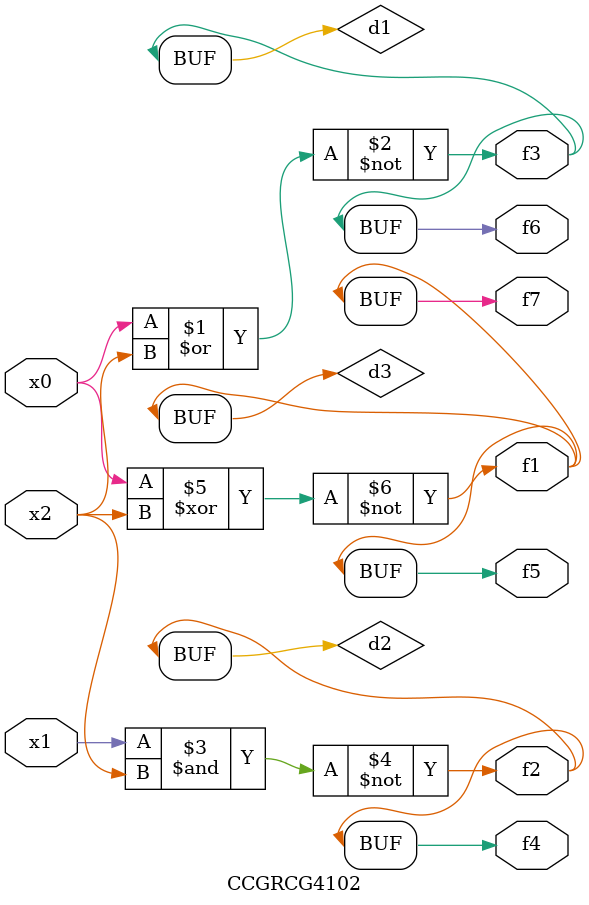
<source format=v>
module CCGRCG4102(
	input x0, x1, x2,
	output f1, f2, f3, f4, f5, f6, f7
);

	wire d1, d2, d3;

	nor (d1, x0, x2);
	nand (d2, x1, x2);
	xnor (d3, x0, x2);
	assign f1 = d3;
	assign f2 = d2;
	assign f3 = d1;
	assign f4 = d2;
	assign f5 = d3;
	assign f6 = d1;
	assign f7 = d3;
endmodule

</source>
